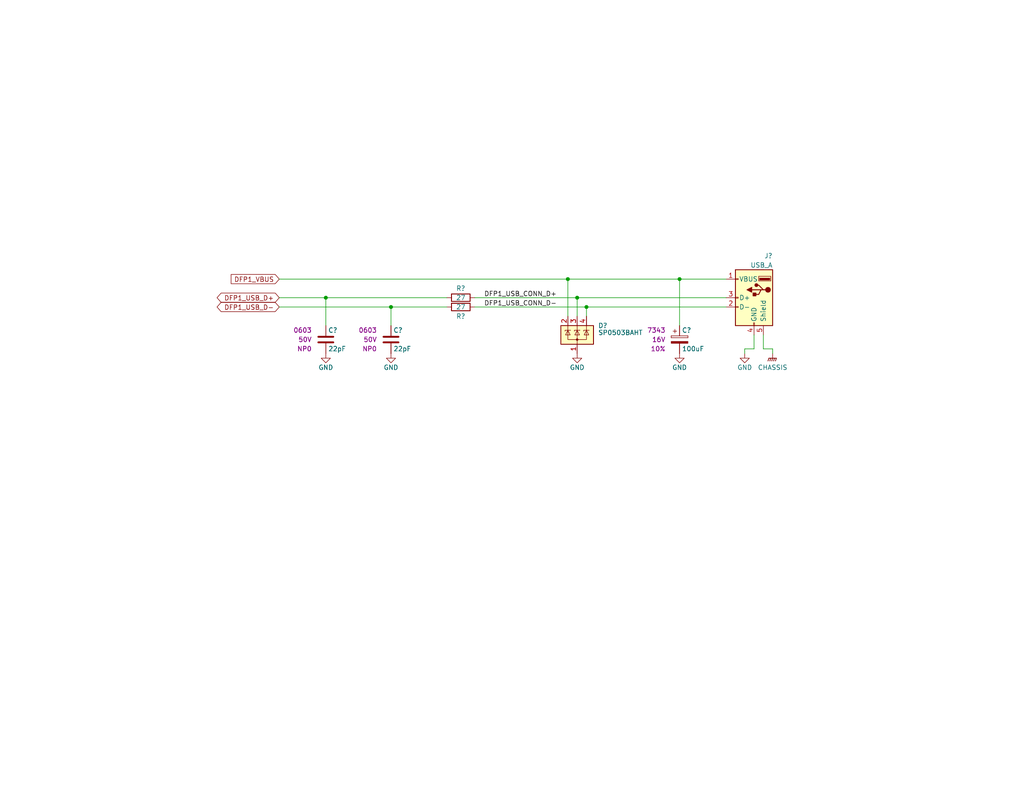
<source format=kicad_sch>
(kicad_sch (version 20230121) (generator eeschema)
  (paper "A")
  (title_block (title "USB Hub") (date "2023-08-18") (rev "PRELIM") (company "Drew Maatman"))
  (lib_symbols
    (symbol "Connector:USB_A" (pin_names (offset 1.016))
      (property "Reference" "J" (at -5.08 11.43 0))
      (property "Value" "USB_A" (at -5.08 8.89 0))
      (symbol "USB_A_0_1"
        (rectangle (start -5.08 -7.62) (end 5.08 7.62) (stroke (width 0.254)) (fill (type background)))
        (circle (center -3.81 2.159) (radius 0.635) (stroke (width 0.254)) (fill (type outline)))
        (rectangle (start -1.524 4.826) (end -4.318 5.334) (fill (type outline)))
        (rectangle (start -1.27 4.572) (end -4.572 5.842))
        (circle (center -0.635 3.429) (radius 0.381) (stroke (width 0.254)) (fill (type outline)))
        (rectangle (start -0.127 -7.62) (end 0.127 -6.858))
        (polyline (pts (xy -3.175 2.159) (xy -2.54 2.159) (xy -1.27 3.429) (xy -0.635 3.429)) (stroke (width 0.254)))
        (polyline (pts (xy -2.54 2.159) (xy -1.905 2.159) (xy -1.27 0.889) (xy 0 0.889)) (stroke (width 0.254)))
        (polyline (pts (xy 0.635 2.794) (xy 0.635 1.524) (xy 1.905 2.159) (xy 0.635 2.794)) (stroke (width 0.254)) (fill (type outline)))
        (rectangle (start 0.254 1.27) (end -0.508 0.508) (stroke (width 0.254)) (fill (type outline)))
        (rectangle (start 5.08 -2.667) (end 4.318 -2.413))
        (rectangle (start 5.08 -0.127) (end 4.318 0.127))
        (rectangle (start 5.08 4.953) (end 4.318 5.207))
      )
      (symbol "USB_A_1_1"
        (polyline (pts (xy -1.905 2.159) (xy 0.635 2.159)) (stroke (width 0.254)))
        (pin power_in line (at 7.62 5.08 180) (length 2.54) (name "VBUS") (number "1"))
        (pin bidirectional line (at 7.62 -2.54 180) (length 2.54) (name "D-") (number "2"))
        (pin bidirectional line (at 7.62 0 180) (length 2.54) (name "D+") (number "3"))
        (pin power_in line (at 0 -10.16 90) (length 2.54) (name "GND") (number "4"))
        (pin passive line (at -2.54 -10.16 90) (length 2.54) (name "Shield") (number "5"))
      )
    )
    (symbol "Custom Library:CHASSIS" (power) (pin_names (offset 0))
      (property "Value" "CHASSIS" (at 0 -3.81 0))
      (symbol "CHASSIS_0_1"
        (polyline (pts (xy 0 -1.27) (xy 0 0)))
        (polyline (pts (xy -1.016 -1.27) (xy -1.27 -2.032) (xy -1.27 -2.032)) (stroke (width 0.2032)))
        (polyline (pts (xy -0.508 -1.27) (xy -0.762 -2.032) (xy -0.762 -2.032)) (stroke (width 0.2032)))
        (polyline (pts (xy 0 -1.27) (xy -0.254 -2.032) (xy -0.254 -2.032)) (stroke (width 0.2032)))
        (polyline (pts (xy 0.508 -1.27) (xy 0.254 -2.032) (xy 0.254 -2.032)) (stroke (width 0.2032)))
        (polyline (pts (xy 1.016 -1.27) (xy -1.016 -1.27) (xy -1.016 -1.27)) (stroke (width 0.2032)))
        (polyline (pts (xy 1.016 -1.27) (xy 0.762 -2.032) (xy 0.762 -2.032) (xy 0.762 -2.032)) (stroke (width 0.2032)))
      )
      (symbol "CHASSIS_1_1"
        (pin power_in line (at 0 0 270) (length 0) hide (name "CHASSIS") (number "1"))
      )
    )
    (symbol "Custom_Library:CP_Tant_Custom" (pin_numbers hide) (pin_names (offset 0.254))
      (property "Reference" "C" (at 0.635 2.54 0))
      (property "Value" "CP_Tant_Custom" (at 0.635 -2.54 0))
      (property "display_footprint" "Foot" (at -3.81 2.54 0))
      (property "Voltage" "V" (at -3.81 0 0))
      (property "Tolerance" "Tol" (at -3.81 -2.54 0))
      (symbol "CP_Tant_Custom_0_1"
        (rectangle (start -2.286 0.508) (end -2.286 1.016))
        (rectangle (start -2.286 0.508) (end 2.286 0.508))
        (polyline (pts (xy -1.778 2.286) (xy -0.762 2.286)))
        (polyline (pts (xy -1.27 2.794) (xy -1.27 1.778)))
        (rectangle (start 2.286 -0.508) (end -2.286 -1.016) (fill (type outline)))
        (rectangle (start 2.286 1.016) (end -2.286 1.016))
        (rectangle (start 2.286 1.016) (end 2.286 0.508))
      )
      (symbol "CP_Tant_Custom_1_1"
        (pin passive line (at 0 3.81 270) (length 2.794) (name "~") (number "1"))
        (pin passive line (at 0 -3.81 90) (length 2.794) (name "~") (number "2"))
      )
    )
    (symbol "Custom_Library:C_Custom" (pin_numbers hide) (pin_names (offset 0.254))
      (property "Reference" "C" (at 0.635 2.54 0))
      (property "Value" "C_Custom" (at 0.635 -2.54 0))
      (property "display_footprint" "Foot" (at -3.81 2.54 0))
      (property "Voltage" "V" (at -3.81 0 0))
      (property "Dielectric" "Er" (at -3.81 -2.54 0))
      (symbol "C_Custom_0_1"
        (polyline (pts (xy -2.032 -0.762) (xy 2.032 -0.762)) (stroke (width 0.508)))
        (polyline (pts (xy -2.032 0.762) (xy 2.032 0.762)) (stroke (width 0.508)))
      )
      (symbol "C_Custom_1_1"
        (pin passive line (at 0 3.81 270) (length 2.794) (name "~") (number "1"))
        (pin passive line (at 0 -3.81 90) (length 2.794) (name "~") (number "2"))
      )
    )
    (symbol "Custom_Library:R_Custom" (pin_numbers hide) (pin_names (offset 1.016) hide)
      (property "Reference" "R" (at -2.54 0 90))
      (property "Value" "R_Custom" (at 0 0 90))
      (property "display_footprint" "Foot" (at 2.54 0 90))
      (property "Tolerance" "Tol" (at 5.08 0 90))
      (property "Wattage" "W" (at 7.62 0 90))
      (symbol "R_Custom_0_1"
        (rectangle (start 1.016 2.54) (end -1.016 -2.54) (stroke (width 0.254)))
      )
      (symbol "R_Custom_1_1"
        (pin passive line (at 0 3.81 270) (length 1.27) (name "1") (number "1"))
        (pin passive line (at 0 -3.81 90) (length 1.27) (name "2") (number "2"))
      )
    )
    (symbol "Power_Protection:SP0503BAHT" (pin_names hide)
      (property "Reference" "D" (at 5.715 2.54 0))
      (property "Value" "SP0503BAHT" (at 5.715 0.635 0))
      (symbol "SP0503BAHT_0_0"
        (pin passive line (at 0 -5.08 90) (length 2.54) (name "A") (number "1"))
      )
      (symbol "SP0503BAHT_0_1"
        (rectangle (start -4.445 2.54) (end 4.445 -2.54) (stroke (width 0.254)) (fill (type background)))
        (circle (center 0 -1.27) (radius 0.254) (fill (type outline)))
        (polyline (pts (xy -2.54 2.54) (xy -2.54 1.27)))
        (polyline (pts (xy 0 -1.27) (xy 0 -2.54)))
        (polyline (pts (xy 0 -1.27) (xy 0 1.27)))
        (polyline (pts (xy 0 2.54) (xy 0 1.27)))
        (polyline (pts (xy 0.635 1.27) (xy 0.762 1.27)))
        (polyline (pts (xy 2.54 2.54) (xy 2.54 1.27)))
        (polyline (pts (xy 0.635 1.27) (xy -0.762 1.27) (xy -0.762 1.016)))
        (polyline (pts (xy -3.302 1.016) (xy -3.302 1.27) (xy -1.905 1.27) (xy -1.778 1.27)))
        (polyline (pts (xy -2.54 1.27) (xy -2.54 -1.27) (xy 2.54 -1.27) (xy 2.54 1.27)))
        (polyline (pts (xy -2.54 1.27) (xy -1.905 0) (xy -3.175 0) (xy -2.54 1.27)))
        (polyline (pts (xy 0.635 0) (xy -0.635 0) (xy 0 1.27) (xy 0.635 0)))
        (polyline (pts (xy 1.778 1.016) (xy 1.778 1.27) (xy 3.175 1.27) (xy 3.302 1.27)))
        (polyline (pts (xy 2.54 1.27) (xy 1.905 0) (xy 3.175 0) (xy 2.54 1.27)))
      )
      (symbol "SP0503BAHT_1_1"
        (pin passive line (at -2.54 5.08 270) (length 2.54) (name "K") (number "2"))
        (pin passive line (at 0 5.08 270) (length 2.54) (name "K") (number "3"))
        (pin passive line (at 2.54 5.08 270) (length 2.54) (name "K") (number "4"))
      )
    )
    (symbol "power:GND" (power) (pin_names (offset 0))
      (property "Value" "GND" (at 0 -3.81 0))
      (symbol "GND_0_1"
        (polyline (pts (xy 0 0) (xy 0 -1.27) (xy 1.27 -1.27) (xy 0 -2.54) (xy -1.27 -1.27) (xy 0 -1.27)))
      )
      (symbol "GND_1_1"
        (pin power_in line (at 0 0 270) (length 0) hide (name "GND") (number "1"))
      )
    )
  )
  (junction (at 106.68 83.82))
  (junction (at 185.42 76.2))
  (junction (at 157.48 81.28))
  (junction (at 88.9 81.28))
  (junction (at 160.02 83.82))
  (junction (at 154.94 76.2))
  (wire (pts (xy 210.82 96.52) (xy 210.82 95.25)))
  (wire (pts (xy 210.82 95.25) (xy 208.28 95.25)))
  (wire (pts (xy 208.28 91.44) (xy 208.28 95.25)))
  (wire (pts (xy 154.94 86.36) (xy 154.94 76.2)))
  (wire (pts (xy 205.74 95.25) (xy 205.74 91.44)))
  (wire (pts (xy 203.2 95.25) (xy 205.74 95.25)))
  (wire (pts (xy 106.68 83.82) (xy 106.68 88.9)))
  (wire (pts (xy 157.48 81.28) (xy 198.12 81.28)))
  (wire (pts (xy 154.94 76.2) (xy 185.42 76.2)))
  (wire (pts (xy 88.9 81.28) (xy 88.9 88.9)))
  (wire (pts (xy 76.2 83.82) (xy 106.68 83.82)))
  (wire (pts (xy 76.2 76.2) (xy 154.94 76.2)))
  (wire (pts (xy 157.48 81.28) (xy 157.48 86.36)))
  (wire (pts (xy 76.2 81.28) (xy 88.9 81.28)))
  (wire (pts (xy 160.02 83.82) (xy 160.02 86.36)))
  (wire (pts (xy 106.68 83.82) (xy 121.92 83.82)))
  (wire (pts (xy 198.12 76.2) (xy 185.42 76.2)))
  (wire (pts (xy 185.42 76.2) (xy 185.42 88.9)))
  (wire (pts (xy 129.54 81.28) (xy 157.48 81.28)))
  (wire (pts (xy 88.9 81.28) (xy 121.92 81.28)))
  (wire (pts (xy 129.54 83.82) (xy 160.02 83.82)))
  (wire (pts (xy 160.02 83.82) (xy 198.12 83.82)))
  (wire (pts (xy 203.2 96.52) (xy 203.2 95.25)))
  (label "DFP1_USB_CONN_D-" (at 132.08 83.82 0))
  (label "DFP1_USB_CONN_D+" (at 132.08 81.28 0))
  (global_label "DFP1_USB_D+" (shape bidirectional) (at 76.2 81.28 180) (property "Intersheetrefs" "${INTERSHEET_REFS}" (effects hide)))
  (global_label "DFP1_USB_D-" (shape bidirectional) (at 76.2 83.82 180) (property "Intersheetrefs" "${INTERSHEET_REFS}" (effects hide)))
  (global_label "DFP1_VBUS" (shape input) (at 76.2 76.2 180) (property "Intersheetrefs" "${INTERSHEET_REFS}" (effects hide)))
  (symbol (lib_id "Custom_Library:R_Custom") (at 125.73 83.82 270) (unit 1)
    (property "Reference" "R?" (at 125.73 86.36 90))
    (property "Value" "27" (at 125.73 83.82 90))
    (property "Footprint" "Resistors_SMD:R_0603" (effects hide))
    (property "display_footprint" "0603" (effects hide))
    (property "Tolerance" "1%" (effects hide))
    (property "Wattage" "1/10W" (effects hide))
    (property "Digi-Key PN" "311-27.0HRCT-ND" (effects hide))
  )
  (symbol (lib_id "Power_Protection:SP0503BAHT") (at 157.48 91.44 0) (unit 1)
    (property "Reference" "D?" (at 163.195 88.9 0) (effects (justify left)))
    (property "Value" "SP0503BAHT" (at 163.195 90.805 0) (effects (justify left)))
    (property "Footprint" "Package_TO_SOT_SMD:SOT-143" (effects hide))
    (property "Datasheet" "http://www.littelfuse.com/~/media/files/littelfuse/technical%20resources/documents/data%20sheets/sp05xxba.pdf" (effects hide))
  )
  (symbol (lib_id "Custom_Library:C_Custom") (at 88.9 92.71 0) (unit 1)
    (property "Reference" "C?" (at 89.535 90.17 0) (effects (justify left)))
    (property "Value" "22pF" (at 89.535 95.25 0) (effects (justify left)))
    (property "Footprint" "Capacitors_SMD:C_0603" (effects hide))
    (property "display_footprint" "0603" (at 85.09 90.17 0) (effects (justify right)))
    (property "Voltage" "50V" (at 85.09 92.71 0) (effects (justify right)))
    (property "Dielectric" "NP0" (at 85.09 95.25 0) (effects (justify right)))
  )
  (symbol (lib_id "Custom_Library:CP_Tant_Custom") (at 185.42 92.71 0) (unit 1)
    (property "Reference" "C?" (at 186.055 90.17 0) (effects (justify left)))
    (property "Value" "100uF" (at 186.055 95.25 0) (effects (justify left)))
    (property "Footprint" "Capacitors_Tantalum_SMD:CP_Tantalum_Case-X_EIA-7343-43_Reflow" (effects hide))
    (property "Digi-Key PN" "718-1102-1-ND" (effects hide))
    (property "display_footprint" "7343" (at 181.61 90.17 0) (effects (justify right)))
    (property "Voltage" "16V" (at 181.61 92.71 0) (effects (justify right)))
    (property "Tolerance" "10%" (at 181.61 95.25 0) (effects (justify right)))
  )
  (symbol (lib_id "Custom_Library:C_Custom") (at 106.68 92.71 0) (unit 1)
    (property "Reference" "C?" (at 107.315 90.17 0) (effects (justify left)))
    (property "Value" "22pF" (at 107.315 95.25 0) (effects (justify left)))
    (property "Footprint" "Capacitors_SMD:C_0603" (effects hide))
    (property "display_footprint" "0603" (at 102.87 90.17 0) (effects (justify right)))
    (property "Voltage" "50V" (at 102.87 92.71 0) (effects (justify right)))
    (property "Dielectric" "NP0" (at 102.87 95.25 0) (effects (justify right)))
  )
  (symbol (lib_id "power:GND") (at 185.42 96.52 0) (unit 1)
    (property "Reference" "#PWR?" (effects hide))
    (property "Value" "GND" (at 185.42 100.33 0))
    (instances (project "USB_Hub" (path "" (reference "#PWR?") (unit 1)) (path "" (reference "#PWR01501") (unit 1)) (path "" (reference "#PWR01604") (unit 1))))
  )
  (symbol (lib_id "Custom_Library:R_Custom") (at 125.73 81.28 270) (mirror x) (unit 1)
    (property "Reference" "R?" (at 125.73 78.74 90))
    (property "Value" "27" (at 125.73 81.28 90))
    (property "Footprint" "Resistors_SMD:R_0603" (effects hide))
    (property "display_footprint" "0603" (effects hide))
    (property "Tolerance" "1%" (effects hide))
    (property "Wattage" "1/10W" (effects hide))
    (property "Digi-Key PN" "311-27.0HRCT-ND" (effects hide))
  )
  (symbol (lib_id "power:GND") (at 106.68 96.52 0) (unit 1)
    (property "Reference" "#PWR?" (effects hide))
    (property "Value" "GND" (at 106.68 100.33 0))
    (instances (project "USB_Hub" (path "" (reference "#PWR?") (unit 1)) (path "" (reference "#PWR01504") (unit 1)) (path "" (reference "#PWR01602") (unit 1))))
  )
  (symbol (lib_id "power:GND") (at 157.48 96.52 0) (unit 1)
    (property "Reference" "#PWR?" (effects hide))
    (property "Value" "GND" (at 157.48 100.33 0))
    (instances (project "USB_Hub" (path "" (reference "#PWR?") (unit 1)) (path "" (reference "#PWR01503") (unit 1)) (path "" (reference "#PWR01603") (unit 1))))
  )
  (symbol (lib_id "Custom Library:CHASSIS") (at 210.82 96.52 0) (unit 1)
    (property "Reference" "#PWR01506" (effects hide))
    (property "Value" "CHASSIS" (at 210.82 100.33 0))
    (instances (project "USB_Hub" (path "" (reference "#PWR01506") (unit 1)) (path "" (reference "#PWR01606") (unit 1))))
  )
  (symbol (lib_id "power:GND") (at 88.9 96.52 0) (unit 1)
    (property "Reference" "#PWR?" (effects hide))
    (property "Value" "GND" (at 88.9 100.33 0))
    (instances (project "USB_Hub" (path "" (reference "#PWR?") (unit 1)) (path "" (reference "#PWR01505") (unit 1)) (path "" (reference "#PWR01601") (unit 1))))
  )
  (symbol (lib_id "power:GND") (at 203.2 96.52 0) (unit 1)
    (property "Reference" "#PWR?" (effects hide))
    (property "Value" "GND" (at 203.2 100.33 0))
    (instances (project "USB_Hub" (path "" (reference "#PWR?") (unit 1)) (path "" (reference "#PWR01502") (unit 1)) (path "" (reference "#PWR01605") (unit 1))))
  )
  (symbol (lib_id "Connector:USB_A") (at 205.74 81.28 0) (mirror y) (unit 1)
    (property "Reference" "J?" (at 210.82 69.85 0) (effects (justify left)))
    (property "Value" "USB_A" (at 210.82 72.39 0) (effects (justify left)))
    (property "Datasheet" " ~" (effects hide))
  )
)
</source>
